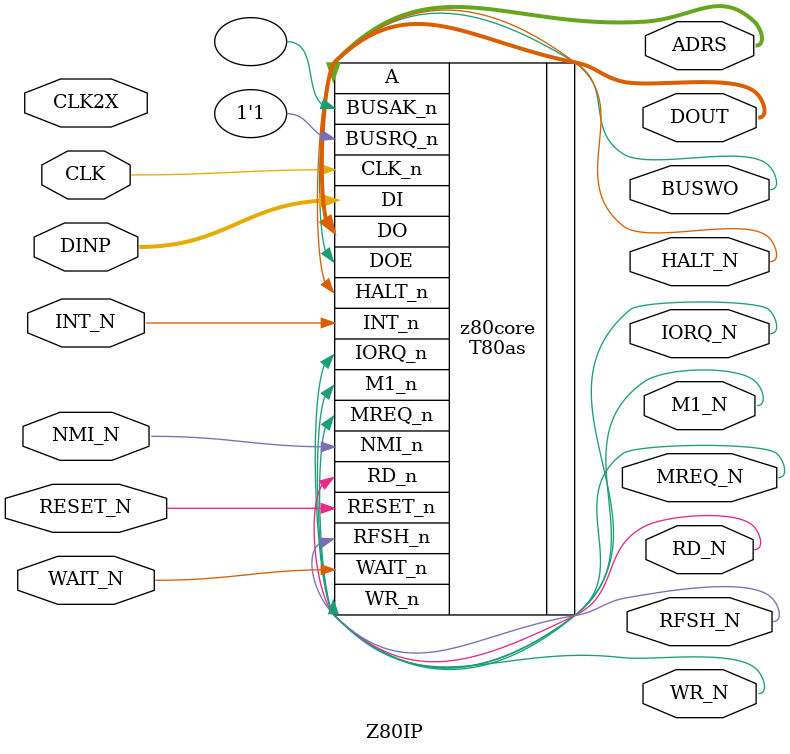
<source format=v>
/***************************************************************
 Z80_IP INTERFACE < T80asd >
***************************************************************/
module Z80IP(

ADRS,
DINP,
DOUT,
BUSWO,
RESET_N,
INT_N,
NMI_N,
WAIT_N,
M1_N,
MREQ_N,
IORQ_N,
RD_N,
WR_N,
RFSH_N,
HALT_N,
CLK2X,
CLK

);

// I/O assign
output [15:0] ADRS;
input  [7:0] DINP;
output [7:0] DOUT;
input  RESET_N,INT_N,NMI_N,WAIT_N,CLK2X,CLK;
output M1_N,MREQ_N,IORQ_N,RD_N,WR_N,RFSH_N,HALT_N,BUSWO;

// Z80IP interface
T80as z80core (

.RESET_n(RESET_N),
.CLK_n(CLK),
.WAIT_n(WAIT_N),
.INT_n(INT_N),
.NMI_n(NMI_N),
.BUSRQ_n(1'b1),
.M1_n(M1_N),
.MREQ_n(MREQ_N),
.IORQ_n(IORQ_N),
.RD_n(RD_N),
.WR_n(WR_N),
.RFSH_n(RFSH_N),
.HALT_n(HALT_N),
.BUSAK_n(),
.A(ADRS),
.DI(DINP),
.DO(DOUT),
.DOE(BUSWO)

);


endmodule

</source>
